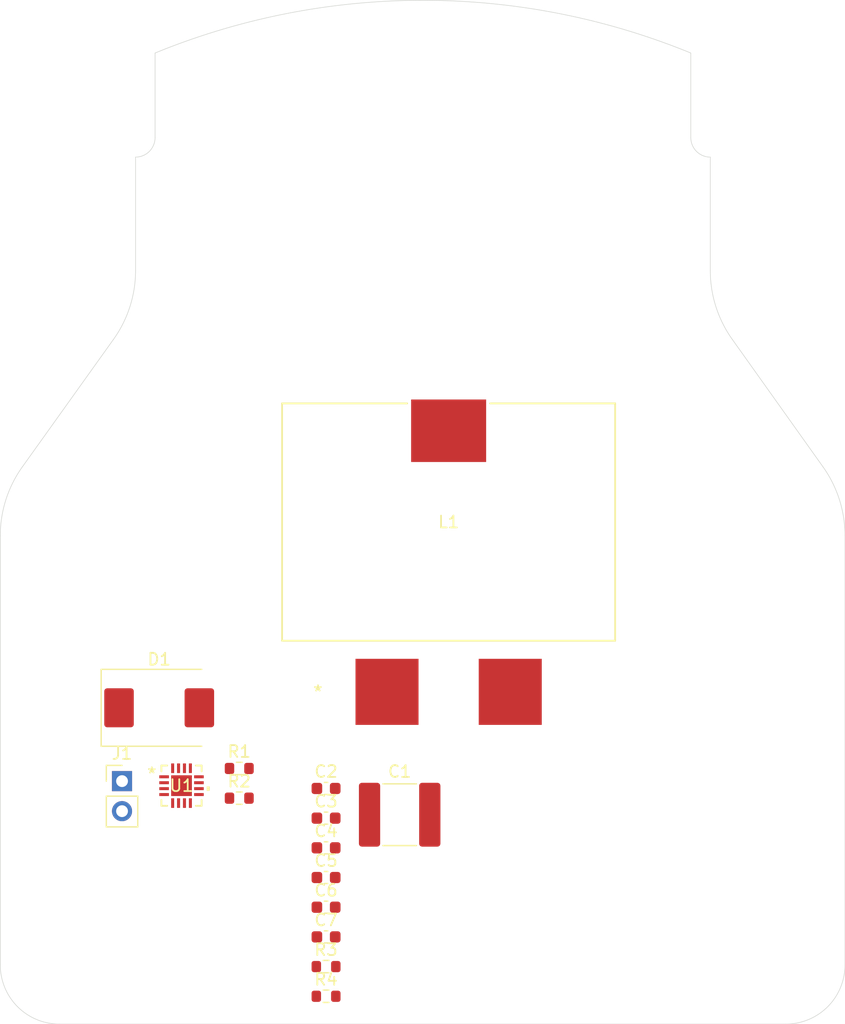
<source format=kicad_pcb>
(kicad_pcb (version 20240108) (generator "pcbnew") (generator_version "8.0")
  (layers (0 "F.Cu" signal) (31 "B.Cu" signal) (34 "B.Paste" user) (35 "F.Paste" user) (36 "B.SilkS" user "B.Silkscreen") (37 "F.SilkS" user "F.Silkscreen") (38 "B.Mask" user) (39 "F.Mask" user) (44 "Edge.Cuts" user))
  (net 0 "")
  (net 1 "/SW")
  (net 2 "GND")
  (net 3 "+BATT")
  (net 6 "Net-(D1-K)")
  (net 7 "Net-(U1-VCC)")
  (net 8 "Net-(U1-COMP)")
  (net 9 "Net-(C6-Pad2)")
  (net 10 "Net-(U1-SS)")
  (net 11 "/FB")
  (net 12 "Net-(U1-RT)")
  (footprint "lm5157:QFN_57RTER_TEX" (layer "F.Cu") (at 89.8398 133.2948)
    (property "Reference" "U1" (at 0 0 0) (layer "F.SilkS"))
    (property "Value" "LM5157RTER")
    (fp_line (start -1.7018 -1.7018) (end -1.7018 -1.209929) (stroke (width 0.1524)) (layer "F.SilkS"))
    (fp_line (start -1.7018 1.209929) (end -1.7018 1.7018) (stroke (width 0.1524)) (layer "F.SilkS"))
    (fp_line (start -1.7018 1.7018) (end -1.209929 1.7018) (stroke (width 0.1524)) (layer "F.SilkS"))
    (fp_line (start -1.209929 -1.7018) (end -1.7018 -1.7018) (stroke (width 0.1524)) (layer "F.SilkS"))
    (fp_line (start 1.209929 1.7018) (end 1.7018 1.7018) (stroke (width 0.1524)) (layer "F.SilkS"))
    (fp_line (start 1.7018 -1.7018) (end 1.209929 -1.7018) (stroke (width 0.1524)) (layer "F.SilkS"))
    (fp_line (start 1.7018 -1.209929) (end 1.7018 -1.7018) (stroke (width 0.1524)) (layer "F.SilkS"))
    (fp_line (start 1.7018 1.7018) (end 1.7018 1.209929) (stroke (width 0.1524)) (layer "F.SilkS"))
    (fp_poly (pts (xy 2.3876 0.059563) (xy 2.3876 0.440563) (xy 2.1336 0.440563) (xy 2.1336 0.059563)) (fill solid) (layer "F.SilkS"))
    (fp_text user "*" (at -2.5146 -1.000252 0) (layer "F.SilkS"))
    (fp_text user "*" (at -2.5146 -1.000252 0) (layer "F.SilkS"))
    (pad "1" smd rect (at -1.4732 -0.750189 90) (size 0.254 0.8128) (layers "F.Cu" "F.Paste" "F.Mask") (net 2 "GND"))
    (pad "2" smd rect (at -1.4732 -0.250063 90) (size 0.254 0.8128) (layers "F.Cu" "F.Paste" "F.Mask") (net 7 "Net-(U1-VCC)"))
    (pad "3" smd rect (at -1.4732 0.250063 90) (size 0.254 0.8128) (layers "F.Cu" "F.Paste" "F.Mask") (net 3 "+BATT"))
    (pad "4" smd rect (at -1.4732 0.750189 90) (size 0.254 0.8128) (layers "F.Cu" "F.Paste" "F.Mask"))
    (pad "5" smd rect (at -0.750189 1.4732) (size 0.254 0.8128) (layers "F.Cu" "F.Paste" "F.Mask") (net 12 "Net-(U1-RT)"))
    (pad "6" smd rect (at -0.250063 1.4732) (size 0.254 0.8128) (layers "F.Cu" "F.Paste" "F.Mask") (net 3 "+BATT"))
    (pad "7" smd rect (at 0.250063 1.4732) (size 0.254 0.8128) (layers "F.Cu" "F.Paste" "F.Mask") (net 2 "GND"))
    (pad "8" smd rect (at 0.750189 1.4732) (size 0.254 0.8128) (layers "F.Cu" "F.Paste" "F.Mask") (net 8 "Net-(U1-COMP)"))
    (pad "9" smd rect (at 1.4732 0.750189 90) (size 0.254 0.8128) (layers "F.Cu" "F.Paste" "F.Mask") (net 11 "/FB"))
    (pad "10" smd rect (at 1.4732 0.250063 90) (size 0.254 0.8128) (layers "F.Cu" "F.Paste" "F.Mask") (net 10 "Net-(U1-SS)"))
    (pad "11" smd rect (at 1.4732 -0.250063 90) (size 0.254 0.8128) (layers "F.Cu" "F.Paste" "F.Mask") (net 2 "GND"))
    (pad "12" smd rect (at 1.4732 -0.750189 90) (size 0.254 0.8128) (layers "F.Cu" "F.Paste" "F.Mask") (net 1 "/SW"))
    (pad "13" smd rect (at 0.750189 -1.4732) (size 0.254 0.8128) (layers "F.Cu" "F.Paste" "F.Mask") (net 1 "/SW"))
    (pad "14" smd rect (at 0.250063 -1.4732) (size 0.254 0.8128) (layers "F.Cu" "F.Paste" "F.Mask") (net 1 "/SW"))
    (pad "15" smd rect (at -0.250063 -1.4732) (size 0.254 0.8128) (layers "F.Cu" "F.Paste" "F.Mask"))
    (pad "16" smd rect (at -0.750189 -1.4732) (size 0.254 0.8128) (layers "F.Cu" "F.Paste" "F.Mask") (net 2 "GND"))
    (pad "17" smd rect (at 0 0) (size 1.7526 1.7526) (layers "F.Cu" "F.Paste" "F.Mask") (net 2 "GND"))
  )
  (footprint "Resistor_SMD:R_0603_1608Metric" (layer "F.Cu") (at 102.075 148.59)
    (property "Reference" "R3" (at 0 -1.43 0) (layer "F.SilkS"))
    (property "Value" "63.4K")
    (fp_line (start -0.237258 -0.5225) (end 0.237258 -0.5225) (stroke (width 0.12)) (layer "F.SilkS"))
    (fp_line (start -0.237258 0.5225) (end 0.237258 0.5225) (stroke (width 0.12)) (layer "F.SilkS"))
    (pad "1" smd roundrect (at -0.825 0) (size 0.8 0.95) (layers "F.Cu" "F.Paste" "F.Mask") (net 2 "GND"))
    (pad "2" smd roundrect (at 0.825 0) (size 0.8 0.95) (layers "F.Cu" "F.Paste" "F.Mask") (net 12 "Net-(U1-RT)"))
  )
  (footprint "Capacitor_SMD:C_2220_5750Metric" (layer "F.Cu") (at 108.305 135.75)
    (property "Reference" "C1" (at 0 -3.65 0) (layer "F.SilkS"))
    (property "Value" "10uF")
    (fp_line (start -1.415748 -2.61) (end 1.415748 -2.61) (stroke (width 0.12)) (layer "F.SilkS"))
    (fp_line (start -1.415748 2.61) (end 1.415748 2.61) (stroke (width 0.12)) (layer "F.SilkS"))
    (pad "1" smd roundrect (at -2.55 0) (size 1.8 5.4) (layers "F.Cu" "F.Paste" "F.Mask") (roundrect_rratio 0.138889) (net 6 "Net-(D1-K)"))
    (pad "2" smd roundrect (at 2.55 0) (size 1.8 5.4) (layers "F.Cu" "F.Paste" "F.Mask") (roundrect_rratio 0.138889) (net 2 "GND"))
  )
  (footprint "Connector_PinHeader_2.54mm:PinHeader_1x02_P2.54mm_Vertical" (layer "F.Cu") (at 84.805 132.91)
    (property "Reference" "J1" (at 0 -2.33 0) (layer "F.SilkS"))
    (property "Value" "Conn_01x02_Pin")
    (fp_line (start -1.33 -1.33) (end 0 -1.33) (stroke (width 0.12)) (layer "F.SilkS"))
    (fp_line (start -1.33 0) (end -1.33 -1.33) (stroke (width 0.12)) (layer "F.SilkS"))
    (fp_line (start -1.33 1.27) (end -1.33 3.87) (stroke (width 0.12)) (layer "F.SilkS"))
    (fp_line (start -1.33 1.27) (end 1.33 1.27) (stroke (width 0.12)) (layer "F.SilkS"))
    (fp_line (start -1.33 3.87) (end 1.33 3.87) (stroke (width 0.12)) (layer "F.SilkS"))
    (fp_line (start 1.33 1.27) (end 1.33 3.87) (stroke (width 0.12)) (layer "F.SilkS"))
    (pad "1" thru_hole rect (at 0 0) (size 1.7 1.7) (drill 1) (layers "*.Cu" "*.Mask") (net 3 "+BATT"))
    (pad "2" thru_hole oval (at 0 2.54) (size 1.7 1.7) (drill 1) (layers "*.Cu" "*.Mask") (net 2 "GND"))
  )
  (footprint "Resistor_SMD:R_0603_1608Metric" (layer "F.Cu") (at 102.075 151.1)
    (property "Reference" "R4" (at 0 -1.43 0) (layer "F.SilkS"))
    (property "Value" "63.4K")
    (fp_line (start -0.237258 -0.5225) (end 0.237258 -0.5225) (stroke (width 0.12)) (layer "F.SilkS"))
    (fp_line (start -0.237258 0.5225) (end 0.237258 0.5225) (stroke (width 0.12)) (layer "F.SilkS"))
    (pad "1" smd roundrect (at -0.825 0) (size 0.8 0.95) (layers "F.Cu" "F.Paste" "F.Mask") (net 2 "GND"))
    (pad "2" smd roundrect (at 0.825 0) (size 0.8 0.95) (layers "F.Cu" "F.Paste" "F.Mask") (net 9 "Net-(C6-Pad2)"))
  )
  (footprint "Resistor_SMD:R_0603_1608Metric" (layer "F.Cu") (at 94.725 131.84)
    (property "Reference" "R1" (at 0 -1.43 0) (layer "F.SilkS"))
    (property "Value" "118K")
    (fp_line (start -0.237258 -0.5225) (end 0.237258 -0.5225) (stroke (width 0.12)) (layer "F.SilkS"))
    (fp_line (start -0.237258 0.5225) (end 0.237258 0.5225) (stroke (width 0.12)) (layer "F.SilkS"))
    (pad "1" smd roundrect (at -0.825 0) (size 0.8 0.95) (layers "F.Cu" "F.Paste" "F.Mask") (net 6 "Net-(D1-K)"))
    (pad "2" smd roundrect (at 0.825 0) (size 0.8 0.95) (layers "F.Cu" "F.Paste" "F.Mask") (net 11 "/FB"))
  )
  (footprint "Diode_SMD:D_SMC" (layer "F.Cu") (at 87.95 126.71)
    (property "Reference" "D1" (at 0 -4.1 0) (layer "F.SilkS"))
    (property "Value" "D_Schottky")
    (fp_line (start -4.91 -3.25) (end 3.6 -3.25) (stroke (width 0.12)) (layer "F.SilkS"))
    (fp_line (start -4.91 3.25) (end -4.91 -3.25) (stroke (width 0.12)) (layer "F.SilkS"))
    (fp_line (start -4.91 3.25) (end 3.6 3.25) (stroke (width 0.12)) (layer "F.SilkS"))
    (pad "1" smd roundrect (at -3.4 0 90) (size 3.3 2.5) (layers "F.Cu" "F.Paste" "F.Mask") (roundrect_rratio 0.1) (net 6 "Net-(D1-K)"))
    (pad "2" smd roundrect (at 3.4 0 90) (size 3.3 2.5) (layers "F.Cu" "F.Paste" "F.Mask") (roundrect_rratio 0.1) (net 1 "/SW"))
  )
  (footprint "Capacitor_SMD:C_0603_1608Metric" (layer "F.Cu") (at 102.075 141.06)
    (property "Reference" "C5" (at 0 -1.43 0) (layer "F.SilkS"))
    (property "Value" "300pF")
    (fp_line (start -0.14058 -0.51) (end 0.14058 -0.51) (stroke (width 0.12)) (layer "F.SilkS"))
    (fp_line (start -0.14058 0.51) (end 0.14058 0.51) (stroke (width 0.12)) (layer "F.SilkS"))
    (pad "1" smd roundrect (at -0.775 0) (size 0.9 0.95) (layers "F.Cu" "F.Paste" "F.Mask") (net 8 "Net-(U1-COMP)"))
    (pad "2" smd roundrect (at 0.775 0) (size 0.9 0.95) (layers "F.Cu" "F.Paste" "F.Mask") (net 2 "GND"))
  )
  (footprint "Capacitor_SMD:C_0603_1608Metric" (layer "F.Cu") (at 102.075 133.53)
    (property "Reference" "C2" (at 0 -1.43 0) (layer "F.SilkS"))
    (property "Value" "10uF")
    (fp_line (start -0.14058 -0.51) (end 0.14058 -0.51) (stroke (width 0.12)) (layer "F.SilkS"))
    (fp_line (start -0.14058 0.51) (end 0.14058 0.51) (stroke (width 0.12)) (layer "F.SilkS"))
    (pad "1" smd roundrect (at -0.775 0) (size 0.9 0.95) (layers "F.Cu" "F.Paste" "F.Mask") (net 3 "+BATT"))
    (pad "2" smd roundrect (at 0.775 0) (size 0.9 0.95) (layers "F.Cu" "F.Paste" "F.Mask") (net 2 "GND"))
  )
  (footprint "Resistor_SMD:R_0603_1608Metric" (layer "F.Cu") (at 94.725 134.35)
    (property "Reference" "R2" (at 0 -1.43 0) (layer "F.SilkS"))
    (property "Value" "2.49K")
    (fp_line (start -0.237258 -0.5225) (end 0.237258 -0.5225) (stroke (width 0.12)) (layer "F.SilkS"))
    (fp_line (start -0.237258 0.5225) (end 0.237258 0.5225) (stroke (width 0.12)) (layer "F.SilkS"))
    (pad "1" smd roundrect (at -0.825 0) (size 0.8 0.95) (layers "F.Cu" "F.Paste" "F.Mask") (net 11 "/FB"))
    (pad "2" smd roundrect (at 0.825 0) (size 0.8 0.95) (layers "F.Cu" "F.Paste" "F.Mask") (net 2 "GND"))
  )
  (footprint "coilcraft-ser2918h:IND_SER2918H_COC" (layer "F.Cu") (at 112.45 111.0063)
    (property "Reference" "L1" (at 0 0 0) (layer "F.SilkS"))
    (property "Value" "SER2918H-333KL")
    (fp_line (start -14.097 -10.033) (end -14.097 10.033) (stroke (width 0.1524)) (layer "F.SilkS"))
    (fp_line (start -14.097 10.033) (end 14.097 10.033) (stroke (width 0.1524)) (layer "F.SilkS"))
    (fp_line (start -3.50774 -10.033) (end -14.097 -10.033) (stroke (width 0.1524)) (layer "F.SilkS"))
    (fp_line (start 14.097 -10.033) (end 3.50774 -10.033) (stroke (width 0.1524)) (layer "F.SilkS"))
    (fp_line (start 14.097 10.033) (end 14.097 -10.033) (stroke (width 0.1524)) (layer "F.SilkS"))
    (fp_text user "*" (at -11.065 14.355 0) (layer "F.SilkS"))
    (fp_text user "*" (at -11.065 14.355 0) (layer "F.SilkS"))
    (pad "1" smd rect (at -5.215001 14.355001) (size 5.334 5.588) (layers "F.Cu" "F.Paste" "F.Mask") (net 1 "/SW"))
    (pad "2" smd rect (at 5.214998 14.355001) (size 5.334 5.588) (layers "F.Cu" "F.Paste" "F.Mask") (net 3 "+BATT"))
    (pad "3" smd rect (at 0 -7.72) (size 6.35 5.2832) (layers "F.Cu" "F.Paste" "F.Mask"))
  )
  (footprint "Capacitor_SMD:C_0603_1608Metric" (layer "F.Cu") (at 102.075 143.57)
    (property "Reference" "C6" (at 0 -1.43 0) (layer "F.SilkS"))
    (property "Value" "27nF")
    (fp_line (start -0.14058 -0.51) (end 0.14058 -0.51) (stroke (width 0.12)) (layer "F.SilkS"))
    (fp_line (start -0.14058 0.51) (end 0.14058 0.51) (stroke (width 0.12)) (layer "F.SilkS"))
    (pad "1" smd roundrect (at -0.775 0) (size 0.9 0.95) (layers "F.Cu" "F.Paste" "F.Mask") (net 8 "Net-(U1-COMP)"))
    (pad "2" smd roundrect (at 0.775 0) (size 0.9 0.95) (layers "F.Cu" "F.Paste" "F.Mask") (net 9 "Net-(C6-Pad2)"))
  )
  (footprint "Capacitor_SMD:C_0603_1608Metric" (layer "F.Cu") (at 102.075 138.55)
    (property "Reference" "C4" (at 0 -1.43 0) (layer "F.SilkS"))
    (property "Value" "0.1uF")
    (fp_line (start -0.14058 -0.51) (end 0.14058 -0.51) (stroke (width 0.12)) (layer "F.SilkS"))
    (fp_line (start -0.14058 0.51) (end 0.14058 0.51) (stroke (width 0.12)) (layer "F.SilkS"))
    (pad "1" smd roundrect (at -0.775 0) (size 0.9 0.95) (layers "F.Cu" "F.Paste" "F.Mask") (net 6 "Net-(D1-K)"))
    (pad "2" smd roundrect (at 0.775 0) (size 0.9 0.95) (layers "F.Cu" "F.Paste" "F.Mask") (net 2 "GND"))
  )
  (footprint "Capacitor_SMD:C_0603_1608Metric" (layer "F.Cu") (at 102.075 136.04)
    (property "Reference" "C3" (at 0 -1.43 0) (layer "F.SilkS"))
    (property "Value" "0.1uF")
    (fp_line (start -0.14058 -0.51) (end 0.14058 -0.51) (stroke (width 0.12)) (layer "F.SilkS"))
    (fp_line (start -0.14058 0.51) (end 0.14058 0.51) (stroke (width 0.12)) (layer "F.SilkS"))
    (pad "1" smd roundrect (at -0.775 0) (size 0.9 0.95) (layers "F.Cu" "F.Paste" "F.Mask") (net 2 "GND"))
    (pad "2" smd roundrect (at 0.775 0) (size 0.9 0.95) (layers "F.Cu" "F.Paste" "F.Mask") (net 7 "Net-(U1-VCC)"))
  )
  (footprint "Capacitor_SMD:C_0603_1608Metric" (layer "F.Cu") (at 102.075 146.08)
    (property "Reference" "C7" (at 0 -1.43 0) (layer "F.SilkS"))
    (property "Value" "10nF")
    (fp_line (start -0.14058 -0.51) (end 0.14058 -0.51) (stroke (width 0.12)) (layer "F.SilkS"))
    (fp_line (start -0.14058 0.51) (end 0.14058 0.51) (stroke (width 0.12)) (layer "F.SilkS"))
    (pad "1" smd roundrect (at -0.775 0) (size 0.9 0.95) (layers "F.Cu" "F.Paste" "F.Mask") (net 10 "Net-(U1-SS)"))
    (pad "2" smd roundrect (at 0.775 0) (size 0.9 0.95) (layers "F.Cu" "F.Paste" "F.Mask") (net 2 "GND"))
  )
  (gr_arc (start 144.144207 106.345379) (mid 145.524759 109.101988) (end 146 112.148127) (stroke (width 0.05)) (layer "Edge.Cuts"))
  (gr_arc (start 79.5 153.45) (mid 75.964466 151.985534) (end 74.5 148.45) (stroke (width 0.05)) (layer "Edge.Cuts"))
  (gr_line (start 132.95 71.35) (end 132.95 78.5) (stroke (width 0.05)) (layer "Edge.Cuts"))
  (gr_line (start 134.6 80.15) (end 134.6 89.751873) (stroke (width 0.05)) (layer "Edge.Cuts"))
  (gr_line (start 87.6 78.5) (end 87.6 71.350002) (stroke (width 0.05)) (layer "Edge.Cuts"))
  (gr_arc (start 87.6 71.350002) (mid 110.275 66.891062) (end 132.95 71.350002) (stroke (width 0.05)) (layer "Edge.Cuts"))
  (gr_arc (start 74.5 112.159538) (mid 74.978398 109.103544) (end 76.36782 106.339946) (stroke (width 0.05)) (layer "Edge.Cuts"))
  (gr_arc (start 87.6 78.5) (mid 87.116726 79.666726) (end 85.95 80.15) (stroke (width 0.05)) (layer "Edge.Cuts"))
  (gr_arc (start 85.95 89.740462) (mid 85.471602 92.796456) (end 84.08218 95.560054) (stroke (width 0.05)) (layer "Edge.Cuts"))
  (gr_arc (start 134.6 80.15) (mid 133.433274 79.666726) (end 132.95 78.5) (stroke (width 0.05)) (layer "Edge.Cuts"))
  (gr_line (start 141 153.45) (end 79.5 153.45) (stroke (width 0.05)) (layer "Edge.Cuts"))
  (gr_line (start 76.36782 106.339946) (end 84.082094 95.559992) (stroke (width 0.05)) (layer "Edge.Cuts"))
  (gr_line (start 146 112.148127) (end 146 148.45) (stroke (width 0.05)) (layer "Edge.Cuts"))
  (gr_line (start 85.95 89.740462) (end 85.95 80.15) (stroke (width 0.05)) (layer "Edge.Cuts"))
  (gr_line (start 136.455792 95.554621) (end 144.144207 106.345379) (stroke (width 0.05)) (layer "Edge.Cuts"))
  (gr_line (start 74.5 148.45) (end 74.5 112.159538) (stroke (width 0.05)) (layer "Edge.Cuts"))
  (gr_arc (start 146 148.45) (mid 144.535534 151.985534) (end 141 153.45) (stroke (width 0.05)) (layer "Edge.Cuts"))
  (gr_arc (start 136.455792 95.554621) (mid 135.07524 92.798012) (end 134.6 89.751873) (stroke (width 0.05)) (layer "Edge.Cuts"))
)
</source>
